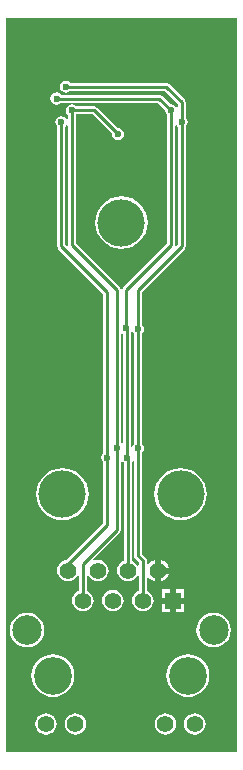
<source format=gbl>
G04*
G04 #@! TF.GenerationSoftware,Altium Limited,Altium Designer,19.1.8 (144)*
G04*
G04 Layer_Physical_Order=2*
G04 Layer_Color=16711680*
%FSLAX25Y25*%
%MOIN*%
G70*
G01*
G75*
%ADD33C,0.01000*%
%ADD34C,0.15748*%
%ADD35C,0.12598*%
%ADD36C,0.09843*%
%ADD37C,0.05512*%
%ADD38R,0.05512X0.05512*%
%ADD39C,0.02362*%
G36*
X77937Y803D02*
X803D01*
Y245260D01*
X77937D01*
Y803D01*
D02*
G37*
%LPC*%
G36*
X20866Y224461D02*
X20093Y224307D01*
X19438Y223869D01*
X19000Y223214D01*
X18846Y222441D01*
X19000Y221668D01*
X19438Y221013D01*
X20093Y220575D01*
X20866Y220421D01*
X21639Y220575D01*
X22294Y221013D01*
X22363Y221115D01*
X53782D01*
X58123Y216774D01*
Y215714D01*
X57623Y215562D01*
X57334Y215995D01*
X56678Y216433D01*
X55905Y216587D01*
X55784Y216563D01*
X52906Y219441D01*
X52476Y219728D01*
X51968Y219829D01*
X19214D01*
X19145Y219932D01*
X18489Y220370D01*
X17717Y220524D01*
X16943Y220370D01*
X16288Y219932D01*
X15850Y219277D01*
X15697Y218504D01*
X15850Y217731D01*
X16288Y217076D01*
X16943Y216638D01*
X17717Y216484D01*
X18489Y216638D01*
X19145Y217076D01*
X19214Y217179D01*
X51420D01*
X53910Y214688D01*
X53886Y214567D01*
X54039Y213794D01*
X54477Y213139D01*
X54580Y213070D01*
Y170234D01*
X40008Y155662D01*
X39720Y155232D01*
X39619Y154724D01*
X39121Y154724D01*
X39020Y155232D01*
X38732Y155662D01*
X24160Y170234D01*
Y213070D01*
X24263Y213139D01*
X24332Y213242D01*
X29766D01*
X36193Y206814D01*
X36169Y206693D01*
X36323Y205920D01*
X36761Y205265D01*
X37416Y204827D01*
X38189Y204673D01*
X38962Y204827D01*
X39617Y205265D01*
X40055Y205920D01*
X40209Y206693D01*
X40055Y207466D01*
X39617Y208121D01*
X38962Y208559D01*
X38189Y208713D01*
X38068Y208689D01*
X31252Y215504D01*
X30822Y215792D01*
X30315Y215892D01*
X24332D01*
X24263Y215995D01*
X23608Y216433D01*
X22835Y216587D01*
X22062Y216433D01*
X21406Y215995D01*
X20968Y215340D01*
X20815Y214567D01*
X20968Y213794D01*
X21406Y213139D01*
X21509Y213070D01*
Y211776D01*
X21009Y211625D01*
X20720Y212058D01*
X20064Y212496D01*
X19291Y212650D01*
X18518Y212496D01*
X17863Y212058D01*
X17425Y211403D01*
X17271Y210630D01*
X17425Y209857D01*
X17863Y209202D01*
X17966Y209133D01*
Y169291D01*
X18067Y168784D01*
X18354Y168354D01*
X33320Y153388D01*
Y100316D01*
X33217Y100247D01*
X32779Y99592D01*
X32626Y98819D01*
X32779Y98046D01*
X33217Y97391D01*
X33320Y97322D01*
Y76927D01*
X21110Y64716D01*
X20571Y64645D01*
X19706Y64287D01*
X18963Y63717D01*
X18393Y62974D01*
X18035Y62109D01*
X17913Y61181D01*
X18035Y60253D01*
X18393Y59388D01*
X18963Y58645D01*
X19706Y58075D01*
X20571Y57717D01*
X21499Y57595D01*
X22428Y57717D01*
X23293Y58075D01*
X24035Y58645D01*
X24605Y59388D01*
X24674Y59553D01*
X25174Y59454D01*
Y54481D01*
X24706Y54287D01*
X23963Y53717D01*
X23393Y52974D01*
X23035Y52109D01*
X22913Y51181D01*
X23035Y50253D01*
X23393Y49388D01*
X23963Y48645D01*
X24706Y48075D01*
X25571Y47717D01*
X26499Y47594D01*
X27428Y47717D01*
X28293Y48075D01*
X29035Y48645D01*
X29605Y49388D01*
X29964Y50253D01*
X30086Y51181D01*
X29964Y52109D01*
X29605Y52974D01*
X29035Y53717D01*
X28293Y54287D01*
X27825Y54481D01*
Y59454D01*
X28325Y59553D01*
X28393Y59388D01*
X28963Y58645D01*
X29706Y58075D01*
X30571Y57717D01*
X31499Y57595D01*
X32428Y57717D01*
X33293Y58075D01*
X34036Y58645D01*
X34605Y59388D01*
X34964Y60253D01*
X35086Y61181D01*
X34964Y62109D01*
X34605Y62974D01*
X34036Y63717D01*
X33293Y64287D01*
X32428Y64645D01*
X31499Y64768D01*
X30571Y64645D01*
X30234Y64506D01*
X29951Y64930D01*
X38732Y73711D01*
X39020Y74141D01*
X39121Y74649D01*
Y97672D01*
X39621Y97824D01*
X39910Y97391D01*
X40093Y97268D01*
Y64448D01*
X39706Y64287D01*
X38963Y63717D01*
X38393Y62974D01*
X38035Y62109D01*
X37913Y61181D01*
X38035Y60253D01*
X38393Y59388D01*
X38963Y58645D01*
X39706Y58075D01*
X40571Y57717D01*
X41499Y57595D01*
X42428Y57717D01*
X43293Y58075D01*
X44036Y58645D01*
X44605Y59388D01*
X44674Y59553D01*
X45174Y59454D01*
Y54481D01*
X44706Y54287D01*
X43963Y53717D01*
X43393Y52974D01*
X43035Y52109D01*
X42913Y51181D01*
X43035Y50253D01*
X43393Y49388D01*
X43963Y48645D01*
X44706Y48075D01*
X45571Y47717D01*
X46499Y47594D01*
X47428Y47717D01*
X48293Y48075D01*
X49036Y48645D01*
X49605Y49388D01*
X49964Y50253D01*
X50086Y51181D01*
X49964Y52109D01*
X49605Y52974D01*
X49036Y53717D01*
X48293Y54287D01*
X47825Y54481D01*
Y58979D01*
X48325Y59149D01*
X48821Y58502D01*
X49605Y57900D01*
X50499Y57530D01*
Y61181D01*
Y64832D01*
X49605Y64462D01*
X48821Y63860D01*
X48325Y63214D01*
X47825Y63384D01*
Y64524D01*
X47724Y65031D01*
X47437Y65461D01*
X46207Y66691D01*
Y100471D01*
X46310Y100540D01*
X46748Y101196D01*
X46902Y101969D01*
X46748Y102742D01*
X46310Y103397D01*
X46207Y103465D01*
Y140235D01*
X46310Y140304D01*
X46748Y140959D01*
X46902Y141732D01*
X46748Y142505D01*
X46310Y143161D01*
X46207Y143229D01*
Y154175D01*
X60386Y168354D01*
X60673Y168784D01*
X60774Y169291D01*
Y209133D01*
X60877Y209202D01*
X61315Y209857D01*
X61469Y210630D01*
X61315Y211403D01*
X60877Y212058D01*
X60774Y212127D01*
Y217323D01*
X60673Y217830D01*
X60386Y218260D01*
X55268Y223378D01*
X54838Y223665D01*
X54331Y223766D01*
X22363D01*
X22294Y223869D01*
X21639Y224307D01*
X20866Y224461D01*
D02*
G37*
G36*
X39370Y185881D02*
X37670Y185714D01*
X36035Y185218D01*
X34528Y184412D01*
X33207Y183328D01*
X32123Y182008D01*
X31318Y180501D01*
X30822Y178866D01*
X30654Y177165D01*
X30822Y175465D01*
X31318Y173830D01*
X32123Y172323D01*
X33207Y171002D01*
X34528Y169918D01*
X36035Y169113D01*
X37670Y168617D01*
X39370Y168449D01*
X41071Y168617D01*
X42706Y169113D01*
X44212Y169918D01*
X45533Y171002D01*
X46617Y172323D01*
X47423Y173830D01*
X47919Y175465D01*
X48086Y177165D01*
X47919Y178866D01*
X47423Y180501D01*
X46617Y182008D01*
X45533Y183328D01*
X44212Y184412D01*
X42706Y185218D01*
X41071Y185714D01*
X39370Y185881D01*
D02*
G37*
G36*
X59055Y95330D02*
X57355Y95163D01*
X55720Y94667D01*
X54213Y93861D01*
X52892Y92777D01*
X51808Y91457D01*
X51003Y89950D01*
X50507Y88315D01*
X50339Y86614D01*
X50507Y84914D01*
X51003Y83279D01*
X51808Y81772D01*
X52892Y80451D01*
X54213Y79367D01*
X55720Y78562D01*
X57355Y78066D01*
X59055Y77898D01*
X60755Y78066D01*
X62391Y78562D01*
X63898Y79367D01*
X65218Y80451D01*
X66302Y81772D01*
X67108Y83279D01*
X67604Y84914D01*
X67771Y86614D01*
X67604Y88315D01*
X67108Y89950D01*
X66302Y91457D01*
X65218Y92777D01*
X63898Y93861D01*
X62391Y94667D01*
X60755Y95163D01*
X59055Y95330D01*
D02*
G37*
G36*
X19685D02*
X17985Y95163D01*
X16350Y94667D01*
X14843Y93861D01*
X13522Y92777D01*
X12438Y91457D01*
X11632Y89950D01*
X11136Y88315D01*
X10969Y86614D01*
X11136Y84914D01*
X11632Y83279D01*
X12438Y81772D01*
X13522Y80451D01*
X14843Y79367D01*
X16350Y78562D01*
X17985Y78066D01*
X19685Y77898D01*
X21385Y78066D01*
X23020Y78562D01*
X24527Y79367D01*
X25848Y80451D01*
X26932Y81772D01*
X27738Y83279D01*
X28234Y84914D01*
X28401Y86614D01*
X28234Y88315D01*
X27738Y89950D01*
X26932Y91457D01*
X25848Y92777D01*
X24527Y93861D01*
X23020Y94667D01*
X21385Y95163D01*
X19685Y95330D01*
D02*
G37*
G36*
X52499Y64832D02*
Y62181D01*
X55151D01*
X54780Y63075D01*
X54178Y63860D01*
X53394Y64462D01*
X52499Y64832D01*
D02*
G37*
G36*
X55151Y60181D02*
X52499D01*
Y57530D01*
X53394Y57900D01*
X54178Y58502D01*
X54780Y59287D01*
X55151Y60181D01*
D02*
G37*
G36*
X60255Y54937D02*
X57499D01*
Y52181D01*
X60255D01*
Y54937D01*
D02*
G37*
G36*
X55499D02*
X52744D01*
Y52181D01*
X55499D01*
Y54937D01*
D02*
G37*
G36*
X36499Y54768D02*
X35571Y54646D01*
X34706Y54287D01*
X33963Y53717D01*
X33393Y52974D01*
X33035Y52109D01*
X32913Y51181D01*
X33035Y50253D01*
X33393Y49388D01*
X33963Y48645D01*
X34706Y48075D01*
X35571Y47717D01*
X36499Y47594D01*
X37428Y47717D01*
X38293Y48075D01*
X39035Y48645D01*
X39605Y49388D01*
X39964Y50253D01*
X40086Y51181D01*
X39964Y52109D01*
X39605Y52974D01*
X39035Y53717D01*
X38293Y54287D01*
X37428Y54646D01*
X36499Y54768D01*
D02*
G37*
G36*
X60255Y50181D02*
X57499D01*
Y47425D01*
X60255D01*
Y50181D01*
D02*
G37*
G36*
X55499D02*
X52744D01*
Y47425D01*
X55499D01*
Y50181D01*
D02*
G37*
G36*
X70102Y47109D02*
X68608Y46913D01*
X67216Y46336D01*
X66021Y45419D01*
X65104Y44224D01*
X64528Y42832D01*
X64331Y41339D01*
X64528Y39845D01*
X65104Y38453D01*
X66021Y37258D01*
X67216Y36341D01*
X68608Y35765D01*
X70102Y35568D01*
X71595Y35765D01*
X72987Y36341D01*
X74182Y37258D01*
X75099Y38453D01*
X75676Y39845D01*
X75872Y41339D01*
X75676Y42832D01*
X75099Y44224D01*
X74182Y45419D01*
X72987Y46336D01*
X71595Y46913D01*
X70102Y47109D01*
D02*
G37*
G36*
X7897D02*
X6403Y46913D01*
X5012Y46336D01*
X3817Y45419D01*
X2899Y44224D01*
X2323Y42832D01*
X2126Y41339D01*
X2323Y39845D01*
X2899Y38453D01*
X3817Y37258D01*
X5012Y36341D01*
X6403Y35765D01*
X7897Y35568D01*
X9391Y35765D01*
X10782Y36341D01*
X11977Y37258D01*
X12894Y38453D01*
X13471Y39845D01*
X13668Y41339D01*
X13471Y42832D01*
X12894Y44224D01*
X11977Y45419D01*
X10782Y46336D01*
X9391Y46913D01*
X7897Y47109D01*
D02*
G37*
G36*
X61499Y33315D02*
X60108Y33178D01*
X58770Y32772D01*
X57536Y32112D01*
X56455Y31225D01*
X55568Y30144D01*
X54909Y28911D01*
X54503Y27573D01*
X54366Y26181D01*
X54503Y24789D01*
X54909Y23451D01*
X55568Y22218D01*
X56455Y21137D01*
X57536Y20250D01*
X58770Y19590D01*
X60108Y19185D01*
X61499Y19048D01*
X62891Y19185D01*
X64229Y19590D01*
X65462Y20250D01*
X66544Y21137D01*
X67431Y22218D01*
X68090Y23451D01*
X68496Y24789D01*
X68633Y26181D01*
X68496Y27573D01*
X68090Y28911D01*
X67431Y30144D01*
X66544Y31225D01*
X65462Y32112D01*
X64229Y32772D01*
X62891Y33178D01*
X61499Y33315D01*
D02*
G37*
G36*
X16499D02*
X15108Y33178D01*
X13769Y32772D01*
X12536Y32112D01*
X11455Y31225D01*
X10568Y30144D01*
X9909Y28911D01*
X9503Y27573D01*
X9366Y26181D01*
X9503Y24789D01*
X9909Y23451D01*
X10568Y22218D01*
X11455Y21137D01*
X12536Y20250D01*
X13769Y19590D01*
X15108Y19185D01*
X16499Y19048D01*
X17891Y19185D01*
X19229Y19590D01*
X20462Y20250D01*
X21543Y21137D01*
X22431Y22218D01*
X23090Y23451D01*
X23496Y24789D01*
X23633Y26181D01*
X23496Y27573D01*
X23090Y28911D01*
X22431Y30144D01*
X21543Y31225D01*
X20462Y32112D01*
X19229Y32772D01*
X17891Y33178D01*
X16499Y33315D01*
D02*
G37*
G36*
X63802Y13587D02*
X62874Y13464D01*
X62009Y13106D01*
X61266Y12536D01*
X60696Y11793D01*
X60338Y10928D01*
X60216Y10000D01*
X60338Y9072D01*
X60696Y8207D01*
X61266Y7464D01*
X62009Y6894D01*
X62874Y6536D01*
X63802Y6413D01*
X64731Y6536D01*
X65596Y6894D01*
X66339Y7464D01*
X66909Y8207D01*
X67267Y9072D01*
X67389Y10000D01*
X67267Y10928D01*
X66909Y11793D01*
X66339Y12536D01*
X65596Y13106D01*
X64731Y13464D01*
X63802Y13587D01*
D02*
G37*
G36*
X53999D02*
X53071Y13464D01*
X52206Y13106D01*
X51463Y12536D01*
X50893Y11793D01*
X50535Y10928D01*
X50413Y10000D01*
X50535Y9072D01*
X50893Y8207D01*
X51463Y7464D01*
X52206Y6894D01*
X53071Y6536D01*
X53999Y6413D01*
X54928Y6536D01*
X55793Y6894D01*
X56536Y7464D01*
X57105Y8207D01*
X57464Y9072D01*
X57586Y10000D01*
X57464Y10928D01*
X57105Y11793D01*
X56536Y12536D01*
X55793Y13106D01*
X54928Y13464D01*
X53999Y13587D01*
D02*
G37*
G36*
X23999D02*
X23071Y13464D01*
X22206Y13106D01*
X21463Y12536D01*
X20893Y11793D01*
X20535Y10928D01*
X20413Y10000D01*
X20535Y9072D01*
X20893Y8207D01*
X21463Y7464D01*
X22206Y6894D01*
X23071Y6536D01*
X23999Y6413D01*
X24928Y6536D01*
X25793Y6894D01*
X26535Y7464D01*
X27105Y8207D01*
X27464Y9072D01*
X27586Y10000D01*
X27464Y10928D01*
X27105Y11793D01*
X26535Y12536D01*
X25793Y13106D01*
X24928Y13464D01*
X23999Y13587D01*
D02*
G37*
G36*
X14196D02*
X13268Y13464D01*
X12403Y13106D01*
X11660Y12536D01*
X11090Y11793D01*
X10732Y10928D01*
X10610Y10000D01*
X10732Y9072D01*
X11090Y8207D01*
X11660Y7464D01*
X12403Y6894D01*
X13268Y6536D01*
X14196Y6413D01*
X15124Y6536D01*
X15990Y6894D01*
X16732Y7464D01*
X17302Y8207D01*
X17661Y9072D01*
X17783Y10000D01*
X17661Y10928D01*
X17302Y11793D01*
X16732Y12536D01*
X15990Y13106D01*
X15124Y13464D01*
X14196Y13587D01*
D02*
G37*
%LPD*%
G36*
X58021Y209202D02*
X58123Y209133D01*
Y169840D01*
X57684Y169401D01*
X57224Y169648D01*
X57231Y169685D01*
Y209483D01*
X57731Y209635D01*
X58021Y209202D01*
D02*
G37*
G36*
X21509Y209483D02*
Y169685D01*
X21517Y169648D01*
X21056Y169401D01*
X20617Y169840D01*
Y209133D01*
X20720Y209202D01*
X21009Y209635D01*
X21509Y209483D01*
D02*
G37*
G36*
X39816Y140185D02*
Y103775D01*
X39316Y103537D01*
X39121Y103695D01*
Y140065D01*
X39621Y140323D01*
X39816Y140185D01*
D02*
G37*
G36*
X43288Y140552D02*
X43454Y140304D01*
X43556Y140235D01*
Y103465D01*
X43454Y103397D01*
X43016Y102742D01*
X42967Y102497D01*
X42467Y102547D01*
Y140527D01*
X42651Y140663D01*
X43288Y140552D01*
D02*
G37*
G36*
X43556Y97672D02*
Y66142D01*
X43657Y65635D01*
X43945Y65205D01*
X45174Y63975D01*
Y62909D01*
X44674Y62809D01*
X44605Y62974D01*
X44036Y63717D01*
X43293Y64287D01*
X42744Y64514D01*
Y97376D01*
X42767Y97391D01*
X43056Y97824D01*
X43556Y97672D01*
D02*
G37*
D33*
X30315Y214567D02*
X38189Y206693D01*
X22835Y214567D02*
X30315D01*
X34646Y98819D02*
Y153937D01*
X19291Y169291D02*
X34646Y153937D01*
X19291Y169291D02*
Y210630D01*
X22835Y169685D02*
Y214567D01*
X37795Y101969D02*
Y154724D01*
X22835Y169685D02*
X37795Y154724D01*
X17717Y218504D02*
X51968D01*
X55905Y214567D01*
X20866Y222441D02*
X54331D01*
X59449Y210630D02*
Y217323D01*
X54331Y222441D02*
X59449Y217323D01*
Y169291D02*
Y210630D01*
X41339Y98819D02*
X41419Y98738D01*
X41142Y99016D02*
X41339Y98819D01*
X40945Y142126D02*
X41142Y141929D01*
Y99016D02*
Y141929D01*
X44882Y154724D02*
X59449Y169291D01*
X44882Y141732D02*
Y154724D01*
X55905Y169685D02*
Y214567D01*
X40945Y154724D02*
X55905Y169685D01*
X40945Y142126D02*
Y154724D01*
X44882Y101969D02*
Y141732D01*
X46499Y51181D02*
Y64524D01*
X44882Y66142D02*
X46499Y64524D01*
X44882Y66142D02*
Y101969D01*
X21499Y61181D02*
Y63232D01*
X34646Y76378D01*
Y98819D01*
X26499Y51181D02*
Y63353D01*
X37795Y74649D01*
Y101969D01*
X41419Y61261D02*
Y98738D01*
Y61261D02*
X41499Y61181D01*
D34*
X59055Y86614D02*
D03*
X19685D02*
D03*
X39370Y177165D02*
D03*
D35*
X16499Y26181D02*
D03*
X61499D02*
D03*
D36*
X7897Y41339D02*
D03*
X70102D02*
D03*
D37*
X14196Y10000D02*
D03*
X63802D02*
D03*
X23999D02*
D03*
X53999D02*
D03*
X51499Y61181D02*
D03*
X46499Y51181D02*
D03*
X41499Y61181D02*
D03*
X36499Y51181D02*
D03*
X31499Y61181D02*
D03*
X26499Y51181D02*
D03*
X21499Y61181D02*
D03*
D38*
X56499Y51181D02*
D03*
D39*
X38189Y206693D02*
D03*
X15354Y224410D02*
D03*
X11417D02*
D03*
X7480D02*
D03*
X15354Y228346D02*
D03*
X11417D02*
D03*
X7480D02*
D03*
X71260Y203150D02*
D03*
X67323D02*
D03*
X63386D02*
D03*
X71260Y207087D02*
D03*
X67323D02*
D03*
X63386D02*
D03*
X64862Y158563D02*
D03*
X19193Y158366D02*
D03*
X29921Y114567D02*
D03*
X49606Y68110D02*
D03*
Y71653D02*
D03*
X56693Y68110D02*
D03*
X53150D02*
D03*
Y71653D02*
D03*
X56693D02*
D03*
X60236D02*
D03*
Y68110D02*
D03*
X17717Y218504D02*
D03*
X20866Y222441D02*
D03*
X59449Y210630D02*
D03*
X55905Y214567D02*
D03*
X19291Y210630D02*
D03*
X22835Y214567D02*
D03*
X40945Y142126D02*
D03*
X44882Y141732D02*
D03*
Y101969D02*
D03*
X37795D02*
D03*
X34646Y98819D02*
D03*
X41339D02*
D03*
M02*

</source>
